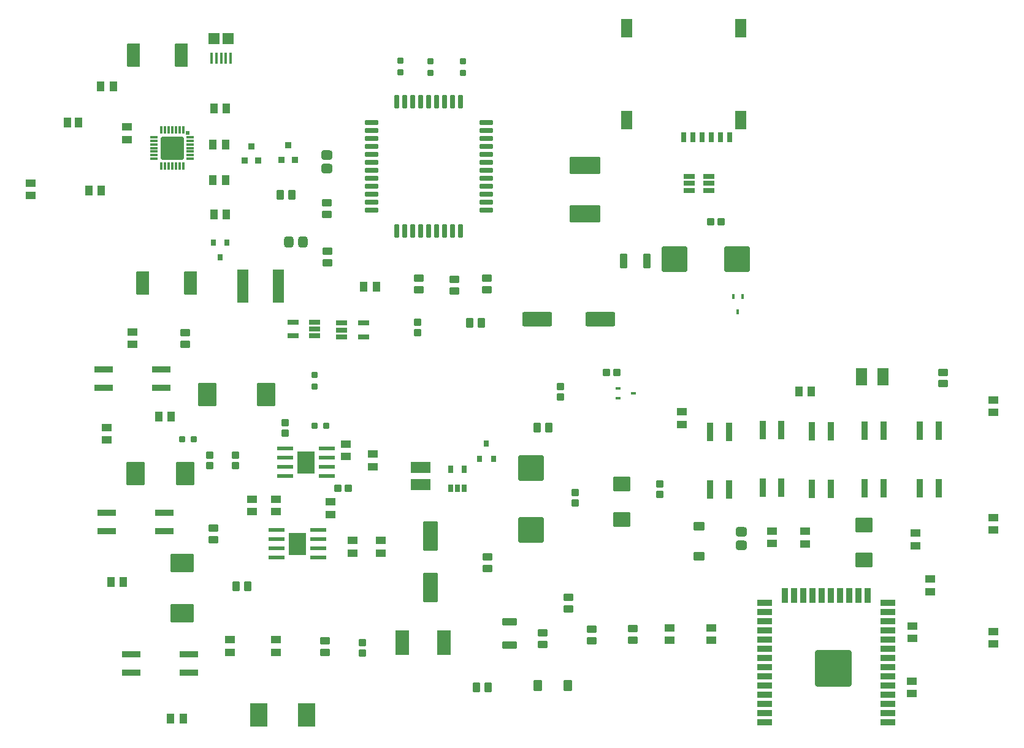
<source format=gtp>
G04*
G04 #@! TF.GenerationSoftware,Altium Limited,Altium Designer,23.7.1 (13)*
G04*
G04 Layer_Color=8421504*
%FSLAX44Y44*%
%MOMM*%
G71*
G04*
G04 #@! TF.SameCoordinates,D80BC081-2A64-476D-8097-51FF93FC0A54*
G04*
G04*
G04 #@! TF.FilePolarity,Positive*
G04*
G01*
G75*
G04:AMPARAMS|DCode=15|XSize=1.55mm|YSize=2.6mm|CornerRadius=0.0775mm|HoleSize=0mm|Usage=FLASHONLY|Rotation=180.000|XOffset=0mm|YOffset=0mm|HoleType=Round|Shape=RoundedRectangle|*
%AMROUNDEDRECTD15*
21,1,1.5500,2.4450,0,0,180.0*
21,1,1.3950,2.6000,0,0,180.0*
1,1,0.1550,-0.6975,1.2225*
1,1,0.1550,0.6975,1.2225*
1,1,0.1550,0.6975,-1.2225*
1,1,0.1550,-0.6975,-1.2225*
%
%ADD15ROUNDEDRECTD15*%
G04:AMPARAMS|DCode=16|XSize=0.6mm|YSize=1.35mm|CornerRadius=0.03mm|HoleSize=0mm|Usage=FLASHONLY|Rotation=180.000|XOffset=0mm|YOffset=0mm|HoleType=Round|Shape=RoundedRectangle|*
%AMROUNDEDRECTD16*
21,1,0.6000,1.2900,0,0,180.0*
21,1,0.5400,1.3500,0,0,180.0*
1,1,0.0600,-0.2700,0.6450*
1,1,0.0600,0.2700,0.6450*
1,1,0.0600,0.2700,-0.6450*
1,1,0.0600,-0.2700,-0.6450*
%
%ADD16ROUNDEDRECTD16*%
G04:AMPARAMS|DCode=17|XSize=1.6mm|YSize=0.4mm|CornerRadius=0.02mm|HoleSize=0mm|Usage=FLASHONLY|Rotation=90.000|XOffset=0mm|YOffset=0mm|HoleType=Round|Shape=RoundedRectangle|*
%AMROUNDEDRECTD17*
21,1,1.6000,0.3600,0,0,90.0*
21,1,1.5600,0.4000,0,0,90.0*
1,1,0.0400,0.1800,0.7800*
1,1,0.0400,0.1800,-0.7800*
1,1,0.0400,-0.1800,-0.7800*
1,1,0.0400,-0.1800,0.7800*
%
%ADD17ROUNDEDRECTD17*%
G04:AMPARAMS|DCode=18|XSize=1.5mm|YSize=1.55mm|CornerRadius=0.075mm|HoleSize=0mm|Usage=FLASHONLY|Rotation=0.000|XOffset=0mm|YOffset=0mm|HoleType=Round|Shape=RoundedRectangle|*
%AMROUNDEDRECTD18*
21,1,1.5000,1.4000,0,0,0.0*
21,1,1.3500,1.5500,0,0,0.0*
1,1,0.1500,0.6750,-0.7000*
1,1,0.1500,-0.6750,-0.7000*
1,1,0.1500,-0.6750,0.7000*
1,1,0.1500,0.6750,0.7000*
%
%ADD18ROUNDEDRECTD18*%
G04:AMPARAMS|DCode=19|XSize=1mm|YSize=2mm|CornerRadius=0.05mm|HoleSize=0mm|Usage=FLASHONLY|Rotation=0.000|XOffset=0mm|YOffset=0mm|HoleType=Round|Shape=RoundedRectangle|*
%AMROUNDEDRECTD19*
21,1,1.0000,1.9000,0,0,0.0*
21,1,0.9000,2.0000,0,0,0.0*
1,1,0.1000,0.4500,-0.9500*
1,1,0.1000,-0.4500,-0.9500*
1,1,0.1000,-0.4500,0.9500*
1,1,0.1000,0.4500,0.9500*
%
%ADD19ROUNDEDRECTD19*%
G04:AMPARAMS|DCode=20|XSize=1mm|YSize=2mm|CornerRadius=0.05mm|HoleSize=0mm|Usage=FLASHONLY|Rotation=90.000|XOffset=0mm|YOffset=0mm|HoleType=Round|Shape=RoundedRectangle|*
%AMROUNDEDRECTD20*
21,1,1.0000,1.9000,0,0,90.0*
21,1,0.9000,2.0000,0,0,90.0*
1,1,0.1000,0.9500,0.4500*
1,1,0.1000,0.9500,-0.4500*
1,1,0.1000,-0.9500,-0.4500*
1,1,0.1000,-0.9500,0.4500*
%
%ADD20ROUNDEDRECTD20*%
G04:AMPARAMS|DCode=21|XSize=1.1mm|YSize=0.6mm|CornerRadius=0.03mm|HoleSize=0mm|Usage=FLASHONLY|Rotation=270.000|XOffset=0mm|YOffset=0mm|HoleType=Round|Shape=RoundedRectangle|*
%AMROUNDEDRECTD21*
21,1,1.1000,0.5400,0,0,270.0*
21,1,1.0400,0.6000,0,0,270.0*
1,1,0.0600,-0.2700,-0.5200*
1,1,0.0600,-0.2700,0.5200*
1,1,0.0600,0.2700,0.5200*
1,1,0.0600,0.2700,-0.5200*
%
%ADD21ROUNDEDRECTD21*%
G04:AMPARAMS|DCode=22|XSize=0.8mm|YSize=2.6mm|CornerRadius=0.04mm|HoleSize=0mm|Usage=FLASHONLY|Rotation=90.000|XOffset=0mm|YOffset=0mm|HoleType=Round|Shape=RoundedRectangle|*
%AMROUNDEDRECTD22*
21,1,0.8000,2.5200,0,0,90.0*
21,1,0.7200,2.6000,0,0,90.0*
1,1,0.0800,1.2600,0.3600*
1,1,0.0800,1.2600,-0.3600*
1,1,0.0800,-1.2600,-0.3600*
1,1,0.0800,-1.2600,0.3600*
%
%ADD22ROUNDEDRECTD22*%
G04:AMPARAMS|DCode=23|XSize=1.778mm|YSize=3.175mm|CornerRadius=0.0889mm|HoleSize=0mm|Usage=FLASHONLY|Rotation=180.000|XOffset=0mm|YOffset=0mm|HoleType=Round|Shape=RoundedRectangle|*
%AMROUNDEDRECTD23*
21,1,1.7780,2.9972,0,0,180.0*
21,1,1.6002,3.1750,0,0,180.0*
1,1,0.1778,-0.8001,1.4986*
1,1,0.1778,0.8001,1.4986*
1,1,0.1778,0.8001,-1.4986*
1,1,0.1778,-0.8001,-1.4986*
%
%ADD23ROUNDEDRECTD23*%
G04:AMPARAMS|DCode=24|XSize=0.95mm|YSize=0.95mm|CornerRadius=0.0475mm|HoleSize=0mm|Usage=FLASHONLY|Rotation=180.000|XOffset=0mm|YOffset=0mm|HoleType=Round|Shape=RoundedRectangle|*
%AMROUNDEDRECTD24*
21,1,0.9500,0.8550,0,0,180.0*
21,1,0.8550,0.9500,0,0,180.0*
1,1,0.0950,-0.4275,0.4275*
1,1,0.0950,0.4275,0.4275*
1,1,0.0950,0.4275,-0.4275*
1,1,0.0950,-0.4275,-0.4275*
%
%ADD24ROUNDEDRECTD24*%
G04:AMPARAMS|DCode=25|XSize=0.8mm|YSize=0.8mm|CornerRadius=0.02mm|HoleSize=0mm|Usage=FLASHONLY|Rotation=0.000|XOffset=0mm|YOffset=0mm|HoleType=Round|Shape=RoundedRectangle|*
%AMROUNDEDRECTD25*
21,1,0.8000,0.7600,0,0,0.0*
21,1,0.7600,0.8000,0,0,0.0*
1,1,0.0400,0.3800,-0.3800*
1,1,0.0400,-0.3800,-0.3800*
1,1,0.0400,-0.3800,0.3800*
1,1,0.0400,0.3800,0.3800*
%
%ADD25ROUNDEDRECTD25*%
G04:AMPARAMS|DCode=26|XSize=1.1mm|YSize=1.4mm|CornerRadius=0.055mm|HoleSize=0mm|Usage=FLASHONLY|Rotation=270.000|XOffset=0mm|YOffset=0mm|HoleType=Round|Shape=RoundedRectangle|*
%AMROUNDEDRECTD26*
21,1,1.1000,1.2900,0,0,270.0*
21,1,0.9900,1.4000,0,0,270.0*
1,1,0.1100,-0.6450,-0.4950*
1,1,0.1100,-0.6450,0.4950*
1,1,0.1100,0.6450,0.4950*
1,1,0.1100,0.6450,-0.4950*
%
%ADD26ROUNDEDRECTD26*%
G04:AMPARAMS|DCode=27|XSize=0.8mm|YSize=2.6mm|CornerRadius=0.04mm|HoleSize=0mm|Usage=FLASHONLY|Rotation=180.000|XOffset=0mm|YOffset=0mm|HoleType=Round|Shape=RoundedRectangle|*
%AMROUNDEDRECTD27*
21,1,0.8000,2.5200,0,0,180.0*
21,1,0.7200,2.6000,0,0,180.0*
1,1,0.0800,-0.3600,1.2600*
1,1,0.0800,0.3600,1.2600*
1,1,0.0800,0.3600,-1.2600*
1,1,0.0800,-0.3600,-1.2600*
%
%ADD27ROUNDEDRECTD27*%
G04:AMPARAMS|DCode=28|XSize=1.85mm|YSize=3.45mm|CornerRadius=0.0925mm|HoleSize=0mm|Usage=FLASHONLY|Rotation=180.000|XOffset=0mm|YOffset=0mm|HoleType=Round|Shape=RoundedRectangle|*
%AMROUNDEDRECTD28*
21,1,1.8500,3.2650,0,0,180.0*
21,1,1.6650,3.4500,0,0,180.0*
1,1,0.1850,-0.8325,1.6325*
1,1,0.1850,0.8325,1.6325*
1,1,0.1850,0.8325,-1.6325*
1,1,0.1850,-0.8325,-1.6325*
%
%ADD28ROUNDEDRECTD28*%
G04:AMPARAMS|DCode=29|XSize=3.1mm|YSize=2.4mm|CornerRadius=0.12mm|HoleSize=0mm|Usage=FLASHONLY|Rotation=90.000|XOffset=0mm|YOffset=0mm|HoleType=Round|Shape=RoundedRectangle|*
%AMROUNDEDRECTD29*
21,1,3.1000,2.1600,0,0,90.0*
21,1,2.8600,2.4000,0,0,90.0*
1,1,0.2400,1.0800,1.4300*
1,1,0.2400,1.0800,-1.4300*
1,1,0.2400,-1.0800,-1.4300*
1,1,0.2400,-1.0800,1.4300*
%
%ADD29ROUNDEDRECTD29*%
G04:AMPARAMS|DCode=30|XSize=0.5mm|YSize=2.2mm|CornerRadius=0.025mm|HoleSize=0mm|Usage=FLASHONLY|Rotation=90.000|XOffset=0mm|YOffset=0mm|HoleType=Round|Shape=RoundedRectangle|*
%AMROUNDEDRECTD30*
21,1,0.5000,2.1500,0,0,90.0*
21,1,0.4500,2.2000,0,0,90.0*
1,1,0.0500,1.0750,0.2250*
1,1,0.0500,1.0750,-0.2250*
1,1,0.0500,-1.0750,-0.2250*
1,1,0.0500,-1.0750,0.2250*
%
%ADD30ROUNDEDRECTD30*%
G04:AMPARAMS|DCode=31|XSize=2.5mm|YSize=3.2mm|CornerRadius=0.125mm|HoleSize=0mm|Usage=FLASHONLY|Rotation=0.000|XOffset=0mm|YOffset=0mm|HoleType=Round|Shape=RoundedRectangle|*
%AMROUNDEDRECTD31*
21,1,2.5000,2.9500,0,0,0.0*
21,1,2.2500,3.2000,0,0,0.0*
1,1,0.2500,1.1250,-1.4750*
1,1,0.2500,-1.1250,-1.4750*
1,1,0.2500,-1.1250,1.4750*
1,1,0.2500,1.1250,1.4750*
%
%ADD31ROUNDEDRECTD31*%
G04:AMPARAMS|DCode=32|XSize=5mm|YSize=5mm|CornerRadius=0.25mm|HoleSize=0mm|Usage=FLASHONLY|Rotation=0.000|XOffset=0mm|YOffset=0mm|HoleType=Round|Shape=RoundedRectangle|*
%AMROUNDEDRECTD32*
21,1,5.0000,4.5000,0,0,0.0*
21,1,4.5000,5.0000,0,0,0.0*
1,1,0.5000,2.2500,-2.2500*
1,1,0.5000,-2.2500,-2.2500*
1,1,0.5000,-2.2500,2.2500*
1,1,0.5000,2.2500,2.2500*
%
%ADD32ROUNDEDRECTD32*%
G04:AMPARAMS|DCode=33|XSize=2mm|YSize=0.9mm|CornerRadius=0.045mm|HoleSize=0mm|Usage=FLASHONLY|Rotation=0.000|XOffset=0mm|YOffset=0mm|HoleType=Round|Shape=RoundedRectangle|*
%AMROUNDEDRECTD33*
21,1,2.0000,0.8100,0,0,0.0*
21,1,1.9100,0.9000,0,0,0.0*
1,1,0.0900,0.9550,-0.4050*
1,1,0.0900,-0.9550,-0.4050*
1,1,0.0900,-0.9550,0.4050*
1,1,0.0900,0.9550,0.4050*
%
%ADD33ROUNDEDRECTD33*%
G04:AMPARAMS|DCode=34|XSize=2mm|YSize=0.9mm|CornerRadius=0.045mm|HoleSize=0mm|Usage=FLASHONLY|Rotation=90.000|XOffset=0mm|YOffset=0mm|HoleType=Round|Shape=RoundedRectangle|*
%AMROUNDEDRECTD34*
21,1,2.0000,0.8100,0,0,90.0*
21,1,1.9100,0.9000,0,0,90.0*
1,1,0.0900,0.4050,0.9550*
1,1,0.0900,0.4050,-0.9550*
1,1,0.0900,-0.4050,-0.9550*
1,1,0.0900,-0.4050,0.9550*
%
%ADD34ROUNDEDRECTD34*%
G04:AMPARAMS|DCode=35|XSize=1.143mm|YSize=1.5mm|CornerRadius=0.0572mm|HoleSize=0mm|Usage=FLASHONLY|Rotation=90.000|XOffset=0mm|YOffset=0mm|HoleType=Round|Shape=RoundedRectangle|*
%AMROUNDEDRECTD35*
21,1,1.1430,1.3857,0,0,90.0*
21,1,1.0287,1.5000,0,0,90.0*
1,1,0.1143,0.6929,0.5143*
1,1,0.1143,0.6929,-0.5143*
1,1,0.1143,-0.6929,-0.5143*
1,1,0.1143,-0.6929,0.5143*
%
%ADD35ROUNDEDRECTD35*%
G04:AMPARAMS|DCode=36|XSize=1.143mm|YSize=1.5mm|CornerRadius=0.0572mm|HoleSize=0mm|Usage=FLASHONLY|Rotation=0.000|XOffset=0mm|YOffset=0mm|HoleType=Round|Shape=RoundedRectangle|*
%AMROUNDEDRECTD36*
21,1,1.1430,1.3857,0,0,0.0*
21,1,1.0287,1.5000,0,0,0.0*
1,1,0.1143,0.5143,-0.6929*
1,1,0.1143,-0.5143,-0.6929*
1,1,0.1143,-0.5143,0.6929*
1,1,0.1143,0.5143,0.6929*
%
%ADD36ROUNDEDRECTD36*%
G04:AMPARAMS|DCode=37|XSize=1.3mm|YSize=1mm|CornerRadius=0.05mm|HoleSize=0mm|Usage=FLASHONLY|Rotation=180.000|XOffset=0mm|YOffset=0mm|HoleType=Round|Shape=RoundedRectangle|*
%AMROUNDEDRECTD37*
21,1,1.3000,0.9000,0,0,180.0*
21,1,1.2000,1.0000,0,0,180.0*
1,1,0.1000,-0.6000,0.4500*
1,1,0.1000,0.6000,0.4500*
1,1,0.1000,0.6000,-0.4500*
1,1,0.1000,-0.6000,-0.4500*
%
%ADD37ROUNDEDRECTD37*%
G04:AMPARAMS|DCode=38|XSize=0.6mm|YSize=0.4mm|CornerRadius=0.02mm|HoleSize=0mm|Usage=FLASHONLY|Rotation=180.000|XOffset=0mm|YOffset=0mm|HoleType=Round|Shape=RoundedRectangle|*
%AMROUNDEDRECTD38*
21,1,0.6000,0.3600,0,0,180.0*
21,1,0.5600,0.4000,0,0,180.0*
1,1,0.0400,-0.2800,0.1800*
1,1,0.0400,0.2800,0.1800*
1,1,0.0400,0.2800,-0.1800*
1,1,0.0400,-0.2800,-0.1800*
%
%ADD38ROUNDEDRECTD38*%
G04:AMPARAMS|DCode=39|XSize=0.6mm|YSize=1.8mm|CornerRadius=0.015mm|HoleSize=0mm|Usage=FLASHONLY|Rotation=90.000|XOffset=0mm|YOffset=0mm|HoleType=Round|Shape=RoundedRectangle|*
%AMROUNDEDRECTD39*
21,1,0.6000,1.7700,0,0,90.0*
21,1,0.5700,1.8000,0,0,90.0*
1,1,0.0300,0.8850,0.2850*
1,1,0.0300,0.8850,-0.2850*
1,1,0.0300,-0.8850,-0.2850*
1,1,0.0300,-0.8850,0.2850*
%
%ADD39ROUNDEDRECTD39*%
G04:AMPARAMS|DCode=40|XSize=0.6mm|YSize=1.8mm|CornerRadius=0.015mm|HoleSize=0mm|Usage=FLASHONLY|Rotation=180.000|XOffset=0mm|YOffset=0mm|HoleType=Round|Shape=RoundedRectangle|*
%AMROUNDEDRECTD40*
21,1,0.6000,1.7700,0,0,180.0*
21,1,0.5700,1.8000,0,0,180.0*
1,1,0.0300,-0.2850,0.8850*
1,1,0.0300,0.2850,0.8850*
1,1,0.0300,0.2850,-0.8850*
1,1,0.0300,-0.2850,-0.8850*
%
%ADD40ROUNDEDRECTD40*%
G04:AMPARAMS|DCode=41|XSize=0.6mm|YSize=0.9mm|CornerRadius=0.03mm|HoleSize=0mm|Usage=FLASHONLY|Rotation=0.000|XOffset=0mm|YOffset=0mm|HoleType=Round|Shape=RoundedRectangle|*
%AMROUNDEDRECTD41*
21,1,0.6000,0.8400,0,0,0.0*
21,1,0.5400,0.9000,0,0,0.0*
1,1,0.0600,0.2700,-0.4200*
1,1,0.0600,-0.2700,-0.4200*
1,1,0.0600,-0.2700,0.4200*
1,1,0.0600,0.2700,0.4200*
%
%ADD41ROUNDEDRECTD41*%
G04:AMPARAMS|DCode=42|XSize=1.1mm|YSize=1.4mm|CornerRadius=0.055mm|HoleSize=0mm|Usage=FLASHONLY|Rotation=0.000|XOffset=0mm|YOffset=0mm|HoleType=Round|Shape=RoundedRectangle|*
%AMROUNDEDRECTD42*
21,1,1.1000,1.2900,0,0,0.0*
21,1,0.9900,1.4000,0,0,0.0*
1,1,0.1100,0.4950,-0.6450*
1,1,0.1100,-0.4950,-0.6450*
1,1,0.1100,-0.4950,0.6450*
1,1,0.1100,0.4950,0.6450*
%
%ADD42ROUNDEDRECTD42*%
G04:AMPARAMS|DCode=43|XSize=2.3mm|YSize=4.3mm|CornerRadius=0.115mm|HoleSize=0mm|Usage=FLASHONLY|Rotation=90.000|XOffset=0mm|YOffset=0mm|HoleType=Round|Shape=RoundedRectangle|*
%AMROUNDEDRECTD43*
21,1,2.3000,4.0700,0,0,90.0*
21,1,2.0700,4.3000,0,0,90.0*
1,1,0.2300,2.0350,1.0350*
1,1,0.2300,2.0350,-1.0350*
1,1,0.2300,-2.0350,-1.0350*
1,1,0.2300,-2.0350,1.0350*
%
%ADD43ROUNDEDRECTD43*%
G04:AMPARAMS|DCode=44|XSize=0.8mm|YSize=0.8mm|CornerRadius=0.02mm|HoleSize=0mm|Usage=FLASHONLY|Rotation=90.000|XOffset=0mm|YOffset=0mm|HoleType=Round|Shape=RoundedRectangle|*
%AMROUNDEDRECTD44*
21,1,0.8000,0.7600,0,0,90.0*
21,1,0.7600,0.8000,0,0,90.0*
1,1,0.0400,0.3800,0.3800*
1,1,0.0400,0.3800,-0.3800*
1,1,0.0400,-0.3800,-0.3800*
1,1,0.0400,-0.3800,0.3800*
%
%ADD44ROUNDEDRECTD44*%
G04:AMPARAMS|DCode=45|XSize=0.6mm|YSize=1.6mm|CornerRadius=0.03mm|HoleSize=0mm|Usage=FLASHONLY|Rotation=90.000|XOffset=0mm|YOffset=0mm|HoleType=Round|Shape=RoundedRectangle|*
%AMROUNDEDRECTD45*
21,1,0.6000,1.5400,0,0,90.0*
21,1,0.5400,1.6000,0,0,90.0*
1,1,0.0600,0.7700,0.2700*
1,1,0.0600,0.7700,-0.2700*
1,1,0.0600,-0.7700,-0.2700*
1,1,0.0600,-0.7700,0.2700*
%
%ADD45ROUNDEDRECTD45*%
G04:AMPARAMS|DCode=46|XSize=1.6mm|YSize=2.7mm|CornerRadius=0.08mm|HoleSize=0mm|Usage=FLASHONLY|Rotation=270.000|XOffset=0mm|YOffset=0mm|HoleType=Round|Shape=RoundedRectangle|*
%AMROUNDEDRECTD46*
21,1,1.6000,2.5400,0,0,270.0*
21,1,1.4400,2.7000,0,0,270.0*
1,1,0.1600,-1.2700,-0.7200*
1,1,0.1600,-1.2700,0.7200*
1,1,0.1600,1.2700,0.7200*
1,1,0.1600,1.2700,-0.7200*
%
%ADD46ROUNDEDRECTD46*%
G04:AMPARAMS|DCode=47|XSize=1.5mm|YSize=0.6mm|CornerRadius=0.03mm|HoleSize=0mm|Usage=FLASHONLY|Rotation=180.000|XOffset=0mm|YOffset=0mm|HoleType=Round|Shape=RoundedRectangle|*
%AMROUNDEDRECTD47*
21,1,1.5000,0.5400,0,0,180.0*
21,1,1.4400,0.6000,0,0,180.0*
1,1,0.0600,-0.7200,0.2700*
1,1,0.0600,0.7200,0.2700*
1,1,0.0600,0.7200,-0.2700*
1,1,0.0600,-0.7200,-0.2700*
%
%ADD47ROUNDEDRECTD47*%
G04:AMPARAMS|DCode=48|XSize=1.5mm|YSize=1.3mm|CornerRadius=0.325mm|HoleSize=0mm|Usage=FLASHONLY|Rotation=270.000|XOffset=0mm|YOffset=0mm|HoleType=Round|Shape=RoundedRectangle|*
%AMROUNDEDRECTD48*
21,1,1.5000,0.6500,0,0,270.0*
21,1,0.8500,1.3000,0,0,270.0*
1,1,0.6500,-0.3250,-0.4250*
1,1,0.6500,-0.3250,0.4250*
1,1,0.6500,0.3250,0.4250*
1,1,0.6500,0.3250,-0.4250*
%
%ADD48ROUNDEDRECTD48*%
G04:AMPARAMS|DCode=49|XSize=1.5mm|YSize=1.3mm|CornerRadius=0.325mm|HoleSize=0mm|Usage=FLASHONLY|Rotation=180.000|XOffset=0mm|YOffset=0mm|HoleType=Round|Shape=RoundedRectangle|*
%AMROUNDEDRECTD49*
21,1,1.5000,0.6500,0,0,180.0*
21,1,0.8500,1.3000,0,0,180.0*
1,1,0.6500,-0.4250,0.3250*
1,1,0.6500,0.4250,0.3250*
1,1,0.6500,0.4250,-0.3250*
1,1,0.6500,-0.4250,-0.3250*
%
%ADD49ROUNDEDRECTD49*%
G04:AMPARAMS|DCode=50|XSize=0.8mm|YSize=0.9mm|CornerRadius=0.04mm|HoleSize=0mm|Usage=FLASHONLY|Rotation=0.000|XOffset=0mm|YOffset=0mm|HoleType=Round|Shape=RoundedRectangle|*
%AMROUNDEDRECTD50*
21,1,0.8000,0.8200,0,0,0.0*
21,1,0.7200,0.9000,0,0,0.0*
1,1,0.0800,0.3600,-0.4100*
1,1,0.0800,-0.3600,-0.4100*
1,1,0.0800,-0.3600,0.4100*
1,1,0.0800,0.3600,0.4100*
%
%ADD50ROUNDEDRECTD50*%
G04:AMPARAMS|DCode=51|XSize=1.3mm|YSize=1mm|CornerRadius=0.05mm|HoleSize=0mm|Usage=FLASHONLY|Rotation=90.000|XOffset=0mm|YOffset=0mm|HoleType=Round|Shape=RoundedRectangle|*
%AMROUNDEDRECTD51*
21,1,1.3000,0.9000,0,0,90.0*
21,1,1.2000,1.0000,0,0,90.0*
1,1,0.1000,0.4500,0.6000*
1,1,0.1000,0.4500,-0.6000*
1,1,0.1000,-0.4500,-0.6000*
1,1,0.1000,-0.4500,0.6000*
%
%ADD51ROUNDEDRECTD51*%
G04:AMPARAMS|DCode=52|XSize=1.5mm|YSize=2.4mm|CornerRadius=0.075mm|HoleSize=0mm|Usage=FLASHONLY|Rotation=0.000|XOffset=0mm|YOffset=0mm|HoleType=Round|Shape=RoundedRectangle|*
%AMROUNDEDRECTD52*
21,1,1.5000,2.2500,0,0,0.0*
21,1,1.3500,2.4000,0,0,0.0*
1,1,0.1500,0.6750,-1.1250*
1,1,0.1500,-0.6750,-1.1250*
1,1,0.1500,-0.6750,1.1250*
1,1,0.1500,0.6750,1.1250*
%
%ADD52ROUNDEDRECTD52*%
G04:AMPARAMS|DCode=53|XSize=0.5mm|YSize=0.5mm|CornerRadius=0.025mm|HoleSize=0mm|Usage=FLASHONLY|Rotation=90.000|XOffset=0mm|YOffset=0mm|HoleType=Round|Shape=RoundedRectangle|*
%AMROUNDEDRECTD53*
21,1,0.5000,0.4500,0,0,90.0*
21,1,0.4500,0.5000,0,0,90.0*
1,1,0.0500,0.2250,0.2250*
1,1,0.0500,0.2250,-0.2250*
1,1,0.0500,-0.2250,-0.2250*
1,1,0.0500,-0.2250,0.2250*
%
%ADD53ROUNDEDRECTD53*%
G04:AMPARAMS|DCode=54|XSize=0.3mm|YSize=1mm|CornerRadius=0.015mm|HoleSize=0mm|Usage=FLASHONLY|Rotation=0.000|XOffset=0mm|YOffset=0mm|HoleType=Round|Shape=RoundedRectangle|*
%AMROUNDEDRECTD54*
21,1,0.3000,0.9700,0,0,0.0*
21,1,0.2700,1.0000,0,0,0.0*
1,1,0.0300,0.1350,-0.4850*
1,1,0.0300,-0.1350,-0.4850*
1,1,0.0300,-0.1350,0.4850*
1,1,0.0300,0.1350,0.4850*
%
%ADD54ROUNDEDRECTD54*%
G04:AMPARAMS|DCode=55|XSize=0.3mm|YSize=1mm|CornerRadius=0.015mm|HoleSize=0mm|Usage=FLASHONLY|Rotation=270.000|XOffset=0mm|YOffset=0mm|HoleType=Round|Shape=RoundedRectangle|*
%AMROUNDEDRECTD55*
21,1,0.3000,0.9700,0,0,270.0*
21,1,0.2700,1.0000,0,0,270.0*
1,1,0.0300,-0.4850,-0.1350*
1,1,0.0300,-0.4850,0.1350*
1,1,0.0300,0.4850,0.1350*
1,1,0.0300,0.4850,-0.1350*
%
%ADD55ROUNDEDRECTD55*%
G04:AMPARAMS|DCode=56|XSize=3.15mm|YSize=3.15mm|CornerRadius=0.1575mm|HoleSize=0mm|Usage=FLASHONLY|Rotation=270.000|XOffset=0mm|YOffset=0mm|HoleType=Round|Shape=RoundedRectangle|*
%AMROUNDEDRECTD56*
21,1,3.1500,2.8350,0,0,270.0*
21,1,2.8350,3.1500,0,0,270.0*
1,1,0.3150,-1.4175,-1.4175*
1,1,0.3150,-1.4175,1.4175*
1,1,0.3150,1.4175,1.4175*
1,1,0.3150,1.4175,-1.4175*
%
%ADD56ROUNDEDRECTD56*%
G04:AMPARAMS|DCode=57|XSize=3.52mm|YSize=3.52mm|CornerRadius=0.176mm|HoleSize=0mm|Usage=FLASHONLY|Rotation=180.000|XOffset=0mm|YOffset=0mm|HoleType=Round|Shape=RoundedRectangle|*
%AMROUNDEDRECTD57*
21,1,3.5200,3.1680,0,0,180.0*
21,1,3.1680,3.5200,0,0,180.0*
1,1,0.3520,-1.5840,1.5840*
1,1,0.3520,1.5840,1.5840*
1,1,0.3520,1.5840,-1.5840*
1,1,0.3520,-1.5840,-1.5840*
%
%ADD57ROUNDEDRECTD57*%
G04:AMPARAMS|DCode=58|XSize=0.6mm|YSize=0.4mm|CornerRadius=0.02mm|HoleSize=0mm|Usage=FLASHONLY|Rotation=90.000|XOffset=0mm|YOffset=0mm|HoleType=Round|Shape=RoundedRectangle|*
%AMROUNDEDRECTD58*
21,1,0.6000,0.3600,0,0,90.0*
21,1,0.5600,0.4000,0,0,90.0*
1,1,0.0400,0.1800,0.2800*
1,1,0.0400,0.1800,-0.2800*
1,1,0.0400,-0.1800,-0.2800*
1,1,0.0400,-0.1800,0.2800*
%
%ADD58ROUNDEDRECTD58*%
G04:AMPARAMS|DCode=59|XSize=3.52mm|YSize=3.52mm|CornerRadius=0.176mm|HoleSize=0mm|Usage=FLASHONLY|Rotation=270.000|XOffset=0mm|YOffset=0mm|HoleType=Round|Shape=RoundedRectangle|*
%AMROUNDEDRECTD59*
21,1,3.5200,3.1680,0,0,270.0*
21,1,3.1680,3.5200,0,0,270.0*
1,1,0.3520,-1.5840,-1.5840*
1,1,0.3520,-1.5840,1.5840*
1,1,0.3520,1.5840,1.5840*
1,1,0.3520,1.5840,-1.5840*
%
%ADD59ROUNDEDRECTD59*%
%ADD60R,1.1000X1.4000*%
G04:AMPARAMS|DCode=61|XSize=3.3mm|YSize=2.5mm|CornerRadius=0.125mm|HoleSize=0mm|Usage=FLASHONLY|Rotation=90.000|XOffset=0mm|YOffset=0mm|HoleType=Round|Shape=RoundedRectangle|*
%AMROUNDEDRECTD61*
21,1,3.3000,2.2500,0,0,90.0*
21,1,3.0500,2.5000,0,0,90.0*
1,1,0.2500,1.1250,1.5250*
1,1,0.2500,1.1250,-1.5250*
1,1,0.2500,-1.1250,-1.5250*
1,1,0.2500,-1.1250,1.5250*
%
%ADD61ROUNDEDRECTD61*%
G04:AMPARAMS|DCode=62|XSize=4mm|YSize=2mm|CornerRadius=0.1mm|HoleSize=0mm|Usage=FLASHONLY|Rotation=90.000|XOffset=0mm|YOffset=0mm|HoleType=Round|Shape=RoundedRectangle|*
%AMROUNDEDRECTD62*
21,1,4.0000,1.8000,0,0,90.0*
21,1,3.8000,2.0000,0,0,90.0*
1,1,0.2000,0.9000,1.9000*
1,1,0.2000,0.9000,-1.9000*
1,1,0.2000,-0.9000,-1.9000*
1,1,0.2000,-0.9000,1.9000*
%
%ADD62ROUNDEDRECTD62*%
G04:AMPARAMS|DCode=63|XSize=0.95mm|YSize=0.95mm|CornerRadius=0.0475mm|HoleSize=0mm|Usage=FLASHONLY|Rotation=90.000|XOffset=0mm|YOffset=0mm|HoleType=Round|Shape=RoundedRectangle|*
%AMROUNDEDRECTD63*
21,1,0.9500,0.8550,0,0,90.0*
21,1,0.8550,0.9500,0,0,90.0*
1,1,0.0950,0.4275,0.4275*
1,1,0.0950,0.4275,-0.4275*
1,1,0.0950,-0.4275,-0.4275*
1,1,0.0950,-0.4275,0.4275*
%
%ADD63ROUNDEDRECTD63*%
G04:AMPARAMS|DCode=64|XSize=4.1mm|YSize=2mm|CornerRadius=0.25mm|HoleSize=0mm|Usage=FLASHONLY|Rotation=180.000|XOffset=0mm|YOffset=0mm|HoleType=Round|Shape=RoundedRectangle|*
%AMROUNDEDRECTD64*
21,1,4.1000,1.5000,0,0,180.0*
21,1,3.6000,2.0000,0,0,180.0*
1,1,0.5000,-1.8000,0.7500*
1,1,0.5000,1.8000,0.7500*
1,1,0.5000,1.8000,-0.7500*
1,1,0.5000,-1.8000,-0.7500*
%
%ADD64ROUNDEDRECTD64*%
G04:AMPARAMS|DCode=65|XSize=2.4mm|YSize=3.3mm|CornerRadius=0.12mm|HoleSize=0mm|Usage=FLASHONLY|Rotation=180.000|XOffset=0mm|YOffset=0mm|HoleType=Round|Shape=RoundedRectangle|*
%AMROUNDEDRECTD65*
21,1,2.4000,3.0600,0,0,180.0*
21,1,2.1600,3.3000,0,0,180.0*
1,1,0.2400,-1.0800,1.5300*
1,1,0.2400,1.0800,1.5300*
1,1,0.2400,1.0800,-1.5300*
1,1,0.2400,-1.0800,-1.5300*
%
%ADD65ROUNDEDRECTD65*%
G04:AMPARAMS|DCode=66|XSize=3.3mm|YSize=2.5mm|CornerRadius=0.125mm|HoleSize=0mm|Usage=FLASHONLY|Rotation=180.000|XOffset=0mm|YOffset=0mm|HoleType=Round|Shape=RoundedRectangle|*
%AMROUNDEDRECTD66*
21,1,3.3000,2.2500,0,0,180.0*
21,1,3.0500,2.5000,0,0,180.0*
1,1,0.2500,-1.5250,1.1250*
1,1,0.2500,1.5250,1.1250*
1,1,0.2500,1.5250,-1.1250*
1,1,0.2500,-1.5250,-1.1250*
%
%ADD66ROUNDEDRECTD66*%
G04:AMPARAMS|DCode=67|XSize=1.5mm|YSize=4.6mm|CornerRadius=0.075mm|HoleSize=0mm|Usage=FLASHONLY|Rotation=180.000|XOffset=0mm|YOffset=0mm|HoleType=Round|Shape=RoundedRectangle|*
%AMROUNDEDRECTD67*
21,1,1.5000,4.4500,0,0,180.0*
21,1,1.3500,4.6000,0,0,180.0*
1,1,0.1500,-0.6750,2.2250*
1,1,0.1500,0.6750,2.2250*
1,1,0.1500,0.6750,-2.2250*
1,1,0.1500,-0.6750,-2.2250*
%
%ADD67ROUNDEDRECTD67*%
G04:AMPARAMS|DCode=68|XSize=2mm|YSize=2.4mm|CornerRadius=0.1mm|HoleSize=0mm|Usage=FLASHONLY|Rotation=90.000|XOffset=0mm|YOffset=0mm|HoleType=Round|Shape=RoundedRectangle|*
%AMROUNDEDRECTD68*
21,1,2.0000,2.2000,0,0,90.0*
21,1,1.8000,2.4000,0,0,90.0*
1,1,0.2000,1.1000,0.9000*
1,1,0.2000,1.1000,-0.9000*
1,1,0.2000,-1.1000,-0.9000*
1,1,0.2000,-1.1000,0.9000*
%
%ADD68ROUNDEDRECTD68*%
D15*
X1277880Y1257895D02*
D03*
X1119880D02*
D03*
Y1131095D02*
D03*
X1277880D02*
D03*
D16*
X1262280Y1106845D02*
D03*
X1249580D02*
D03*
X1236880D02*
D03*
X1224180D02*
D03*
X1211480D02*
D03*
X1198780D02*
D03*
D17*
X573230Y1216330D02*
D03*
X566730D02*
D03*
X560230D02*
D03*
X553730D02*
D03*
X547230D02*
D03*
D18*
X550230Y1243330D02*
D03*
X570230D02*
D03*
D19*
X1148170Y935990D02*
D03*
X1116330D02*
D03*
D20*
X958850Y436970D02*
D03*
Y405130D02*
D03*
D21*
X895960Y648000D02*
D03*
X876960D02*
D03*
X895960Y622000D02*
D03*
X886460D02*
D03*
X876960D02*
D03*
D22*
X402210Y562360D02*
D03*
Y588260D02*
D03*
X481710Y562360D02*
D03*
Y588260D02*
D03*
X477900Y786380D02*
D03*
Y760480D02*
D03*
X398400Y786380D02*
D03*
Y760480D02*
D03*
X516000Y392680D02*
D03*
Y366780D02*
D03*
X436500Y392680D02*
D03*
Y366780D02*
D03*
D23*
X439420Y1220470D02*
D03*
X505460D02*
D03*
X452120Y905510D02*
D03*
X518160D02*
D03*
D24*
X1107070Y782320D02*
D03*
X1092570D02*
D03*
X735860Y622300D02*
D03*
X721360D02*
D03*
X1250580Y990600D02*
D03*
X1236080D02*
D03*
D25*
X522730Y689610D02*
D03*
X506730D02*
D03*
X705230Y708659D02*
D03*
X689230D02*
D03*
D26*
X732790Y665620D02*
D03*
Y683120D02*
D03*
X1196340Y727570D02*
D03*
Y710070D02*
D03*
X297180Y1026300D02*
D03*
Y1043800D02*
D03*
X438150Y838060D02*
D03*
Y820560D02*
D03*
X1626870Y726720D02*
D03*
Y744220D02*
D03*
X1626870Y406540D02*
D03*
Y424040D02*
D03*
X711200Y603110D02*
D03*
Y585610D02*
D03*
X636270Y589420D02*
D03*
Y606920D02*
D03*
X1236980Y411620D02*
D03*
Y429120D02*
D03*
X1366520Y562710D02*
D03*
Y545210D02*
D03*
X1320800Y545360D02*
D03*
Y562860D02*
D03*
X430530Y1121270D02*
D03*
Y1103770D02*
D03*
X1626870Y581660D02*
D03*
Y564160D02*
D03*
X402590Y688480D02*
D03*
Y705980D02*
D03*
X1539240Y496430D02*
D03*
Y478930D02*
D03*
X1515110Y431660D02*
D03*
Y414160D02*
D03*
X572770Y395110D02*
D03*
Y412610D02*
D03*
X1518920Y542430D02*
D03*
Y559930D02*
D03*
X1513840Y355460D02*
D03*
Y337960D02*
D03*
X1179830Y429120D02*
D03*
Y411620D02*
D03*
X769620Y669150D02*
D03*
Y651650D02*
D03*
X603250Y589420D02*
D03*
Y606920D02*
D03*
X781050Y549770D02*
D03*
Y532270D02*
D03*
X636270Y395110D02*
D03*
Y412610D02*
D03*
X741680Y532270D02*
D03*
Y549770D02*
D03*
D27*
X1261360Y620650D02*
D03*
X1235460D02*
D03*
X1261360Y700150D02*
D03*
X1235460D02*
D03*
X1550920Y621920D02*
D03*
X1525020D02*
D03*
X1550920Y701420D02*
D03*
X1525020D02*
D03*
X1307850Y702690D02*
D03*
X1333750D02*
D03*
X1307850Y623190D02*
D03*
X1333750D02*
D03*
X1448820Y701420D02*
D03*
X1474720D02*
D03*
X1448820Y621920D02*
D03*
X1474720D02*
D03*
X1376180Y700530D02*
D03*
X1402080D02*
D03*
X1376180Y621030D02*
D03*
X1402080D02*
D03*
D28*
X810720Y408940D02*
D03*
X868220D02*
D03*
D29*
X677030Y657860D02*
D03*
X665600Y545030D02*
D03*
D30*
X648280Y676910D02*
D03*
Y664210D02*
D03*
Y651510D02*
D03*
Y638810D02*
D03*
X705780Y651510D02*
D03*
Y676910D02*
D03*
Y664210D02*
D03*
Y638810D02*
D03*
X636850Y564080D02*
D03*
Y551380D02*
D03*
Y538680D02*
D03*
Y525980D02*
D03*
X694350Y538680D02*
D03*
Y564080D02*
D03*
Y551380D02*
D03*
Y525980D02*
D03*
D31*
X541160Y751840D02*
D03*
X622160D02*
D03*
D32*
X1405890Y373380D02*
D03*
D33*
X1480890Y298380D02*
D03*
Y311080D02*
D03*
Y323780D02*
D03*
Y336480D02*
D03*
Y349180D02*
D03*
Y361880D02*
D03*
Y374580D02*
D03*
Y387280D02*
D03*
Y399980D02*
D03*
Y412680D02*
D03*
Y425380D02*
D03*
Y438080D02*
D03*
Y450780D02*
D03*
Y463480D02*
D03*
X1310890D02*
D03*
Y450780D02*
D03*
Y438080D02*
D03*
Y425380D02*
D03*
Y412680D02*
D03*
Y399980D02*
D03*
Y387280D02*
D03*
Y374580D02*
D03*
Y361880D02*
D03*
Y349180D02*
D03*
Y336480D02*
D03*
Y323780D02*
D03*
Y311080D02*
D03*
Y298380D02*
D03*
D34*
X1453040Y473480D02*
D03*
X1440340D02*
D03*
X1427640D02*
D03*
X1414940D02*
D03*
X1402240D02*
D03*
X1389540D02*
D03*
X1376840D02*
D03*
X1364140D02*
D03*
X1351440D02*
D03*
X1338740D02*
D03*
D35*
X1220470Y569390D02*
D03*
Y527890D02*
D03*
D36*
X997790Y349250D02*
D03*
X1039290D02*
D03*
D37*
X510540Y820930D02*
D03*
Y836930D02*
D03*
X1004570Y406020D02*
D03*
Y422020D02*
D03*
X1040130Y455550D02*
D03*
Y471550D02*
D03*
X1129030Y412370D02*
D03*
Y428370D02*
D03*
X833120Y912240D02*
D03*
Y896240D02*
D03*
X707390Y933450D02*
D03*
Y949450D02*
D03*
X706120Y1000760D02*
D03*
Y1016760D02*
D03*
X882650Y910970D02*
D03*
Y894970D02*
D03*
X927100Y912240D02*
D03*
Y896240D02*
D03*
X1557020Y782320D02*
D03*
Y766320D02*
D03*
X1071880Y411100D02*
D03*
Y427100D02*
D03*
X928370Y526920D02*
D03*
Y510920D02*
D03*
X703580Y394960D02*
D03*
Y410960D02*
D03*
X549910Y550800D02*
D03*
Y566800D02*
D03*
D38*
X1129710Y753260D02*
D03*
X1108710Y746760D02*
D03*
Y759760D02*
D03*
D39*
X926590Y1116407D02*
D03*
Y1017407D02*
D03*
X767590Y1127407D02*
D03*
Y1116407D02*
D03*
Y1105407D02*
D03*
X926590Y1105407D02*
D03*
X767590Y1083407D02*
D03*
Y1072407D02*
D03*
X926590Y1094407D02*
D03*
Y1083407D02*
D03*
Y1061407D02*
D03*
Y1006407D02*
D03*
Y1028407D02*
D03*
Y1039407D02*
D03*
Y1050407D02*
D03*
Y1127407D02*
D03*
X767590Y1094407D02*
D03*
Y1061407D02*
D03*
Y1050407D02*
D03*
Y1039407D02*
D03*
Y1028407D02*
D03*
Y1006407D02*
D03*
X926590Y1072407D02*
D03*
X767590Y1017407D02*
D03*
D40*
X880090Y1155907D02*
D03*
X858090D02*
D03*
X847090D02*
D03*
X836090D02*
D03*
X825090D02*
D03*
X814090D02*
D03*
X803090D02*
D03*
X802929Y977693D02*
D03*
X813929D02*
D03*
X824929D02*
D03*
X835929D02*
D03*
X846929D02*
D03*
X857929D02*
D03*
X868929D02*
D03*
X879929D02*
D03*
X890929D02*
D03*
X891090Y1155907D02*
D03*
X869090D02*
D03*
D41*
X926712Y683516D02*
D03*
X917211Y662516D02*
D03*
X936211D02*
D03*
X549300Y961730D02*
D03*
X568300D02*
D03*
X558800Y940730D02*
D03*
D42*
X774700Y900430D02*
D03*
X757200D02*
D03*
X566280Y1097280D02*
D03*
X548780D02*
D03*
X566420Y1047750D02*
D03*
X548920D02*
D03*
X567550Y1146810D02*
D03*
X550050D02*
D03*
X567550Y1000760D02*
D03*
X550050D02*
D03*
X1375270Y755650D02*
D03*
X1357770D02*
D03*
X407810Y492760D02*
D03*
X425310D02*
D03*
X473850Y721360D02*
D03*
X491350D02*
D03*
X490360Y303530D02*
D03*
X507860D02*
D03*
X377330Y1033780D02*
D03*
X394830D02*
D03*
X411340Y1177290D02*
D03*
X393840D02*
D03*
D43*
X1062990Y1068550D02*
D03*
Y1001550D02*
D03*
D44*
X849629Y1195960D02*
D03*
Y1211960D02*
D03*
X894080Y1196340D02*
D03*
Y1212340D02*
D03*
X807719Y1197230D02*
D03*
Y1213230D02*
D03*
X689610Y762510D02*
D03*
Y778510D02*
D03*
D45*
X1206900Y1052780D02*
D03*
Y1043280D02*
D03*
Y1033780D02*
D03*
X1233900Y1052780D02*
D03*
Y1043280D02*
D03*
Y1033780D02*
D03*
D46*
X835660Y627310D02*
D03*
Y650310D02*
D03*
D47*
X756680Y831240D02*
D03*
Y850240D02*
D03*
X726680Y831240D02*
D03*
Y840740D02*
D03*
Y850240D02*
D03*
X659370Y851510D02*
D03*
Y832510D02*
D03*
X689370Y851510D02*
D03*
Y842010D02*
D03*
Y832510D02*
D03*
D48*
X654100Y962660D02*
D03*
X673100D02*
D03*
D49*
X706120Y1082650D02*
D03*
Y1063650D02*
D03*
X1278890Y542950D02*
D03*
Y561950D02*
D03*
D50*
X652780Y1095850D02*
D03*
X643280Y1075850D02*
D03*
X662280D02*
D03*
X601980Y1094580D02*
D03*
X592480Y1074580D02*
D03*
X611480D02*
D03*
D51*
X642240Y1027430D02*
D03*
X658240D02*
D03*
X919860Y850900D02*
D03*
X903860D02*
D03*
X996570Y706120D02*
D03*
X1012570D02*
D03*
X912750Y346710D02*
D03*
X928750D02*
D03*
X581280Y486410D02*
D03*
X597280D02*
D03*
D52*
X1473730Y775970D02*
D03*
X1444730D02*
D03*
D53*
X513760Y1113200D02*
D03*
D54*
X477760Y1117200D02*
D03*
X482760D02*
D03*
X487760D02*
D03*
X492760D02*
D03*
X497760D02*
D03*
X502760D02*
D03*
X507760Y1067200D02*
D03*
X502760D02*
D03*
X497760D02*
D03*
X492760D02*
D03*
X487760D02*
D03*
X482760D02*
D03*
X477760D02*
D03*
X507760Y1117200D02*
D03*
D55*
X517760Y1107200D02*
D03*
Y1102200D02*
D03*
Y1097200D02*
D03*
Y1092200D02*
D03*
Y1087200D02*
D03*
Y1082200D02*
D03*
Y1077200D02*
D03*
X467760Y1077200D02*
D03*
Y1082200D02*
D03*
Y1087200D02*
D03*
Y1092200D02*
D03*
Y1097200D02*
D03*
Y1102200D02*
D03*
Y1107200D02*
D03*
D56*
X492760Y1092200D02*
D03*
D57*
X1272410Y938530D02*
D03*
X1186310D02*
D03*
D58*
X1280310Y886800D02*
D03*
X1267310D02*
D03*
X1273810Y865800D02*
D03*
D59*
X988060Y650110D02*
D03*
Y564010D02*
D03*
D60*
X348100Y1127760D02*
D03*
X363100D02*
D03*
D61*
X441750Y642620D02*
D03*
X510750D02*
D03*
D62*
X849630Y485200D02*
D03*
Y556200D02*
D03*
D63*
X755650Y408710D02*
D03*
Y394210D02*
D03*
X648970Y697970D02*
D03*
Y712470D02*
D03*
X544830Y668020D02*
D03*
Y653520D02*
D03*
X580390Y667650D02*
D03*
Y653150D02*
D03*
X1049020Y601450D02*
D03*
Y615950D02*
D03*
X1028769Y762415D02*
D03*
Y747915D02*
D03*
X1165860Y613780D02*
D03*
Y628280D02*
D03*
X831850Y851800D02*
D03*
Y837300D02*
D03*
D64*
X996630Y855980D02*
D03*
X1083630D02*
D03*
D65*
X678160Y308610D02*
D03*
X612160D02*
D03*
D66*
X506730Y449370D02*
D03*
Y518370D02*
D03*
D67*
X590180Y901700D02*
D03*
X639180D02*
D03*
D68*
X1447800Y571500D02*
D03*
Y522500D02*
D03*
X1113790Y627750D02*
D03*
Y578750D02*
D03*
M02*

</source>
